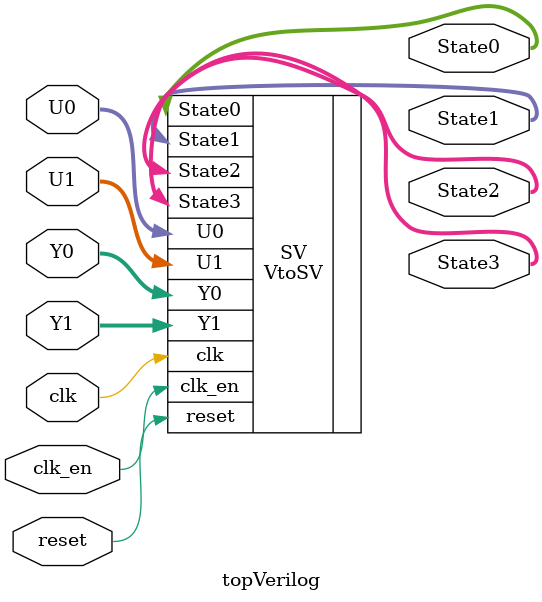
<source format=v>
`timescale 1ns / 1ps
module topVerilog(
    input clk, //Reloj
    input clk_en, //Reloj de MATLAB
    input reset, //RESET
    input [15:0] U0, //Entrada 1
    input [15:0] U1, //Entrada 2
    input [15:0] Y0, //Salida 1
    input [15:0] Y1, //Salida 2
    output [15:0] State0, //Estado 1
    output [15:0] State1,//Estado 2
    output [15:0] State2,//Estado 3
    output [15:0] State3//Estado 4
    );
    
    VtoSV SV(
        .clk(clk),
        .clk_en(clk_en),
        .reset(reset),
        .U0(U0),
        .U1(U1),
        .Y0(Y0),
        .Y1(Y1),
        .State0(State0),
        .State1(State1),
        .State2(State2),
        .State3(State3)
        );
endmodule

</source>
